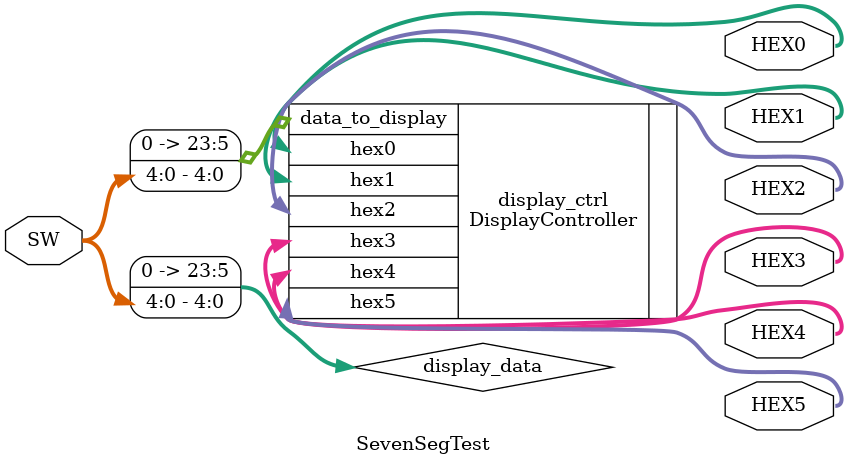
<source format=sv>
/**
 * Seven Segment Display Test
 * Muestra el valor de los switches en hexadecimal en los displays
 * Usa los módulos SevenSegmentDisplay y DisplayController
 * 
 * SW[4:0] = 5 bits de entrada (0-31)
 * Muestra en HEX1-HEX0 el valor en hexadecimal (0x00 - 0x1F)
 * 
 * @input  SW[4:0] => 5 switches de entrada
 * @output HEX0-HEX5 => Displays de 7 segmentos (activo bajo)
 */
module SevenSegTest(
    input  logic [4:0] SW,       // 5 switches de entrada
    output logic [6:0] HEX0,     // Display menos significativo
    output logic [6:0] HEX1,     // Display más significativo
    output logic [6:0] HEX2,     // Apagado
    output logic [6:0] HEX3,     // Apagado
    output logic [6:0] HEX4,     // Apagado
    output logic [6:0] HEX5      // Apagado
);

    // Convertir 5 bits a 24 bits para DisplayController
    // SW[4:0] = 0-31 (0x00 - 0x1F)
    logic [23:0] display_data;
    
    assign display_data = {19'b0, SW[4:0]};  // Extender a 24 bits con ceros
    
    // Instanciar DisplayController para decodificar los 6 displays
    DisplayController display_ctrl (
        .data_to_display(display_data),
        .hex0(HEX0),
        .hex1(HEX1),
        .hex2(HEX2),
        .hex3(HEX3),
        .hex4(HEX4),
        .hex5(HEX5)
    );

endmodule

</source>
